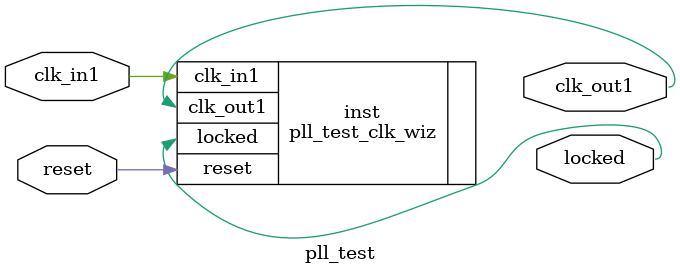
<source format=v>


`timescale 1ps/1ps

(* CORE_GENERATION_INFO = "pll_test,clk_wiz_v6_0_3_0_0,{component_name=pll_test,use_phase_alignment=false,use_min_o_jitter=false,use_max_i_jitter=false,use_dyn_phase_shift=false,use_inclk_switchover=false,use_dyn_reconfig=false,enable_axi=0,feedback_source=FDBK_AUTO,PRIMITIVE=PLL,num_out_clk=1,clkin1_period=8.0,clkin2_period=10.0,use_power_down=false,use_reset=true,use_locked=true,use_inclk_stopped=false,feedback_type=SINGLE,CLOCK_MGR_TYPE=NA,manual_override=false}" *)

module pll_test 
 (
  // Clock out ports
  output        clk_out1,
  // Status and control signals
  input         reset,
  output        locked,
 // Clock in ports
  input         clk_in1
 );

  pll_test_clk_wiz inst
  (
  // Clock out ports  
  .clk_out1(clk_out1),
  // Status and control signals               
  .reset(reset), 
  .locked(locked),
 // Clock in ports
  .clk_in1(clk_in1)
  );

endmodule

</source>
